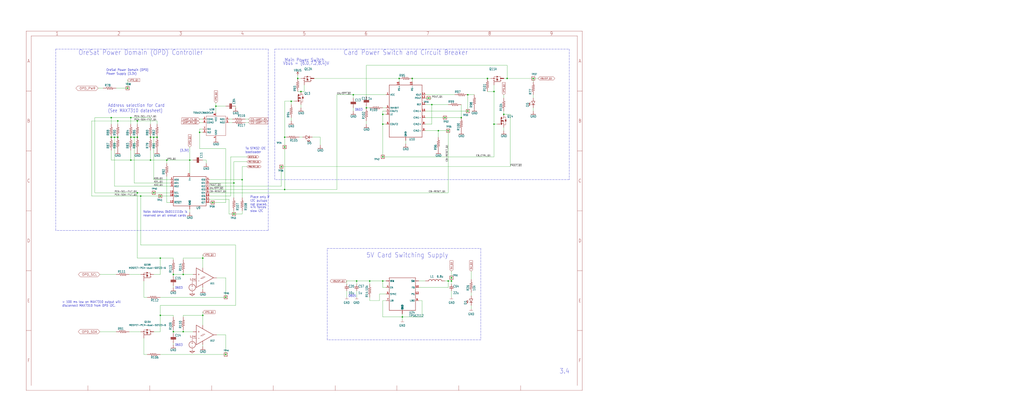
<source format=kicad_sch>
(kicad_sch (version 20211123) (generator eeschema)
  (paper "User" 795.02 318.11)
  (junction (at 101.6 124.46))
  (junction (at 157.48 200.66))
  (junction (at 91.44 93.98))
  (junction (at 383.54 96.52))
  (junction (at 220.98 114.3))
  (junction (at 88.9 106.68))
  (junction (at 165.1 157.48))
  (junction (at 312.42 246.38))
  (junction (at 106.68 93.98))
  (junction (at 154.94 102.87))
  (junction (at 363.22 73.66))
  (junction (at 124.46 200.66))
  (junction (at 332.74 76.2))
  (junction (at 86.36 91.44))
  (junction (at 106.68 106.68))
  (junction (at 91.44 106.68))
  (junction (at 391.16 88.9))
  (junction (at 350.52 218.44))
  (junction (at 297.18 96.52))
  (junction (at 345.44 91.44))
  (junction (at 309.88 60.96))
  (junction (at 134.62 213.36))
  (junction (at 320.04 60.96))
  (junction (at 347.98 218.44))
  (junction (at 347.98 101.6))
  (junction (at 276.86 218.44))
  (junction (at 350.52 215.9))
  (junction (at 231.14 60.96))
  (junction (at 297.18 88.9))
  (junction (at 218.44 129.54))
  (junction (at 147.32 124.46))
  (junction (at 187.96 139.7))
  (junction (at 119.38 106.68))
  (junction (at 106.68 149.86))
  (junction (at 121.92 106.68))
  (junction (at 116.84 106.68))
  (junction (at 284.48 83.82))
  (junction (at 124.46 245.11))
  (junction (at 378.46 60.96))
  (junction (at 335.28 81.28))
  (junction (at 124.46 152.4))
  (junction (at 340.36 101.6))
  (junction (at 220.98 106.68))
  (junction (at 142.24 257.81))
  (junction (at 383.54 71.12))
  (junction (at 116.84 124.46))
  (junction (at 358.14 91.44))
  (junction (at 175.26 231.14))
  (junction (at 393.7 60.96))
  (junction (at 104.14 106.68))
  (junction (at 297.18 218.44))
  (junction (at 363.22 86.36))
  (junction (at 129.54 124.46))
  (junction (at 119.38 149.86))
  (junction (at 167.64 82.55))
  (junction (at 181.61 166.37))
  (junction (at 233.68 71.12))
  (junction (at 134.62 257.81))
  (junction (at 414.02 60.96))
  (junction (at 86.36 106.68))
  (junction (at 287.02 218.44))
  (junction (at 99.06 68.58))
  (junction (at 101.6 106.68))
  (junction (at 109.22 152.4))
  (junction (at 297.18 121.92))
  (junction (at 175.26 275.59))
  (junction (at 101.6 91.44))
  (junction (at 274.32 73.66))
  (junction (at 157.48 245.11))
  (junction (at 226.06 78.74))
  (junction (at 142.24 213.36))
  (junction (at 181.61 142.24))
  (junction (at 220.98 147.32))
  (wire (pts (xy 365.76 237.49) (xy 365.76 240.03)))
  (wire (pts (xy 101.6 96.52) (xy 101.6 91.44)))
  (wire (pts (xy 347.98 218.44) (xy 350.52 218.44)))
  (wire (pts (xy 417.83 60.96) (xy 414.02 60.96)))
  (wire (pts (xy 261.62 73.66) (xy 274.32 73.66)))
  (wire (pts (xy 124.46 275.59) (xy 175.26 275.59)))
  (wire (pts (xy 297.18 96.52) (xy 299.72 96.52)))
  (wire (pts (xy 177.8 154.94) (xy 177.8 166.37)))
  (wire (pts (xy 269.24 220.98) (xy 269.24 218.44)))
  (wire (pts (xy 134.62 223.52) (xy 134.62 222.25)))
  (wire (pts (xy 134.62 213.36) (xy 142.24 213.36)))
  (wire (pts (xy 193.04 95.25) (xy 190.5 95.25)))
  (wire (pts (xy 132.08 152.4) (xy 124.46 152.4)))
  (wire (pts (xy 233.68 81.28) (xy 233.68 83.82)))
  (wire (pts (xy 80.01 68.58) (xy 76.2 68.58)))
  (wire (pts (xy 350.52 220.98) (xy 350.52 218.44)))
  (wire (pts (xy 284.48 83.82) (xy 287.02 83.82)))
  (wire (pts (xy 167.64 82.55) (xy 167.64 87.63)))
  (wire (pts (xy 129.54 137.16) (xy 129.54 157.48)))
  (wire (pts (xy 347.98 218.44) (xy 345.44 218.44)))
  (wire (pts (xy 284.48 82.55) (xy 284.48 83.82)))
  (wire (pts (xy 134.62 201.93) (xy 134.62 200.66)))
  (wire (pts (xy 154.94 102.87) (xy 154.94 115.57)))
  (wire (pts (xy 134.62 214.63) (xy 134.62 213.36)))
  (wire (pts (xy 193.04 92.71) (xy 190.5 92.71)))
  (wire (pts (xy 297.18 223.52) (xy 297.18 218.44)))
  (wire (pts (xy 132.08 142.24) (xy 104.14 142.24)))
  (wire (pts (xy 106.68 96.52) (xy 106.68 93.98)))
  (wire (pts (xy 187.96 129.54) (xy 191.77 129.54)))
  (wire (pts (xy 142.24 201.93) (xy 142.24 200.66)))
  (wire (pts (xy 116.84 124.46) (xy 116.84 116.84)))
  (wire (pts (xy 386.08 96.52) (xy 383.54 96.52)))
  (wire (pts (xy 327.66 233.68) (xy 327.66 246.38)))
  (wire (pts (xy 160.02 124.46) (xy 160.02 127)))
  (wire (pts (xy 162.56 154.94) (xy 177.8 154.94)))
  (wire (pts (xy 284.48 50.8) (xy 393.7 50.8)))
  (wire (pts (xy 181.61 163.83) (xy 181.61 166.37)))
  (wire (pts (xy 391.16 73.66) (xy 391.16 76.2)))
  (polyline (pts (xy 208.28 38.1) (xy 208.28 179.07)))
  (wire (pts (xy 134.62 200.66) (xy 124.46 200.66)))
  (wire (pts (xy 287.02 233.68) (xy 287.02 231.14)))
  (wire (pts (xy 299.72 86.36) (xy 297.18 86.36)))
  (wire (pts (xy 187.96 166.37) (xy 187.96 163.83)))
  (wire (pts (xy 345.44 91.44) (xy 330.2 91.44)))
  (wire (pts (xy 378.46 71.12) (xy 383.54 71.12)))
  (wire (pts (xy 220.98 106.68) (xy 220.98 114.3)))
  (wire (pts (xy 147.32 134.62) (xy 147.32 124.46)))
  (wire (pts (xy 231.14 60.96) (xy 233.68 60.96)))
  (polyline (pts (xy 213.36 38.1) (xy 441.96 38.1)))
  (wire (pts (xy 90.17 68.58) (xy 99.06 68.58)))
  (wire (pts (xy 325.12 233.68) (xy 327.66 233.68)))
  (wire (pts (xy 119.38 106.68) (xy 116.84 106.68)))
  (wire (pts (xy 314.96 111.76) (xy 314.96 109.22)))
  (polyline (pts (xy 441.96 139.7) (xy 213.36 139.7)))
  (wire (pts (xy 116.84 124.46) (xy 129.54 124.46)))
  (wire (pts (xy 391.16 88.9) (xy 396.24 88.9)))
  (wire (pts (xy 181.61 142.24) (xy 181.61 153.67)))
  (wire (pts (xy 233.68 71.12) (xy 236.22 71.12)))
  (wire (pts (xy 226.06 78.74) (xy 228.6 78.74)))
  (wire (pts (xy 114.3 231.14) (xy 111.76 231.14)))
  (wire (pts (xy 383.54 96.52) (xy 383.54 121.92)))
  (wire (pts (xy 347.98 101.6) (xy 340.36 101.6)))
  (wire (pts (xy 187.96 139.7) (xy 162.56 139.7)))
  (wire (pts (xy 114.3 275.59) (xy 111.76 275.59)))
  (wire (pts (xy 111.76 275.59) (xy 111.76 262.89)))
  (wire (pts (xy 299.72 83.82) (xy 297.18 83.82)))
  (wire (pts (xy 73.66 149.86) (xy 73.66 91.44)))
  (wire (pts (xy 124.46 200.66) (xy 124.46 213.36)))
  (wire (pts (xy 154.94 100.33) (xy 154.94 102.87)))
  (wire (pts (xy 86.36 91.44) (xy 101.6 91.44)))
  (wire (pts (xy 157.48 252.73) (xy 157.48 245.11)))
  (wire (pts (xy 132.08 144.78) (xy 88.9 144.78)))
  (wire (pts (xy 157.48 208.28) (xy 157.48 200.66)))
  (wire (pts (xy 220.98 114.3) (xy 220.98 147.32)))
  (wire (pts (xy 168.275 260.35) (xy 175.26 260.35)))
  (wire (pts (xy 297.18 218.44) (xy 287.02 218.44)))
  (wire (pts (xy 134.62 257.81) (xy 134.62 256.54)))
  (wire (pts (xy 182.88 190.5) (xy 109.22 190.5)))
  (wire (pts (xy 320.04 60.96) (xy 378.46 60.96)))
  (wire (pts (xy 124.46 237.49) (xy 182.88 237.49)))
  (wire (pts (xy 181.61 142.24) (xy 181.61 125.73)))
  (wire (pts (xy 168.275 215.9) (xy 175.26 215.9)))
  (wire (pts (xy 175.26 260.35) (xy 175.26 275.59)))
  (wire (pts (xy 363.22 73.66) (xy 368.3 73.66)))
  (wire (pts (xy 312.42 246.38) (xy 312.42 243.84)))
  (wire (pts (xy 167.64 82.55) (xy 175.26 82.55)))
  (wire (pts (xy 109.22 213.36) (xy 100.33 213.36)))
  (wire (pts (xy 261.62 147.32) (xy 261.62 73.66)))
  (wire (pts (xy 119.38 149.86) (xy 132.08 149.86)))
  (wire (pts (xy 350.52 226.06) (xy 350.52 231.14)))
  (polyline (pts (xy 254 193.04) (xy 373.38 193.04)))
  (wire (pts (xy 297.18 88.9) (xy 297.18 96.52)))
  (wire (pts (xy 222.25 106.68) (xy 220.98 106.68)))
  (wire (pts (xy 157.48 124.46) (xy 160.02 124.46)))
  (wire (pts (xy 90.17 213.36) (xy 77.47 213.36)))
  (wire (pts (xy 330.2 96.52) (xy 335.28 96.52)))
  (wire (pts (xy 365.76 210.82) (xy 365.76 217.17)))
  (wire (pts (xy 220.98 78.74) (xy 220.98 106.68)))
  (wire (pts (xy 414.02 60.96) (xy 414.02 63.5)))
  (wire (pts (xy 383.54 121.92) (xy 297.18 121.92)))
  (wire (pts (xy 350.52 210.82) (xy 350.52 215.9)))
  (wire (pts (xy 71.12 152.4) (xy 71.12 93.98)))
  (wire (pts (xy 101.6 124.46) (xy 101.6 116.84)))
  (wire (pts (xy 294.64 228.6) (xy 299.72 228.6)))
  (wire (pts (xy 226.06 91.44) (xy 226.06 93.98)))
  (wire (pts (xy 330.2 73.66) (xy 353.06 73.66)))
  (wire (pts (xy 299.72 218.44) (xy 297.18 218.44)))
  (wire (pts (xy 414.02 83.82) (xy 414.02 86.36)))
  (wire (pts (xy 111.76 231.14) (xy 111.76 218.44)))
  (wire (pts (xy 335.28 81.28) (xy 347.98 81.28)))
  (wire (pts (xy 116.84 96.52) (xy 116.84 91.44)))
  (wire (pts (xy 109.22 190.5) (xy 109.22 152.4)))
  (wire (pts (xy 297.18 233.68) (xy 299.72 233.68)))
  (wire (pts (xy 86.36 124.46) (xy 101.6 124.46)))
  (wire (pts (xy 142.24 256.54) (xy 142.24 257.81)))
  (wire (pts (xy 294.64 228.6) (xy 294.64 233.68)))
  (wire (pts (xy 162.56 152.4) (xy 179.07 152.4)))
  (wire (pts (xy 106.68 149.86) (xy 119.38 149.86)))
  (wire (pts (xy 157.48 100.33) (xy 154.94 100.33)))
  (wire (pts (xy 91.44 96.52) (xy 91.44 93.98)))
  (wire (pts (xy 218.44 129.54) (xy 218.44 144.78)))
  (wire (pts (xy 335.28 96.52) (xy 335.28 81.28)))
  (wire (pts (xy 325.12 218.44) (xy 330.2 218.44)))
  (wire (pts (xy 157.48 269.24) (xy 157.48 267.97)))
  (wire (pts (xy 134.62 267.97) (xy 134.62 266.7)))
  (wire (pts (xy 157.48 200.66) (xy 142.24 200.66)))
  (polyline (pts (xy 43.18 179.07) (xy 43.18 38.1)))
  (wire (pts (xy 180.34 92.71) (xy 177.8 92.71)))
  (wire (pts (xy 181.61 125.73) (xy 191.77 125.73)))
  (wire (pts (xy 284.48 74.93) (xy 284.48 50.8)))
  (wire (pts (xy 297.18 223.52) (xy 299.72 223.52)))
  (wire (pts (xy 396.24 129.54) (xy 218.44 129.54)))
  (wire (pts (xy 358.14 91.44) (xy 358.14 81.28)))
  (wire (pts (xy 134.62 213.36) (xy 134.62 212.09)))
  (wire (pts (xy 309.88 60.96) (xy 309.88 63.5)))
  (wire (pts (xy 182.88 237.49) (xy 182.88 190.5)))
  (wire (pts (xy 231.14 71.12) (xy 233.68 71.12)))
  (wire (pts (xy 154.94 95.25) (xy 157.48 95.25)))
  (wire (pts (xy 179.07 121.92) (xy 191.77 121.92)))
  (wire (pts (xy 142.24 212.09) (xy 142.24 213.36)))
  (wire (pts (xy 340.36 106.68) (xy 340.36 101.6)))
  (wire (pts (xy 276.86 226.06) (xy 276.86 231.14)))
  (wire (pts (xy 391.16 86.36) (xy 391.16 88.9)))
  (wire (pts (xy 312.42 248.92) (xy 312.42 246.38)))
  (wire (pts (xy 330.2 81.28) (xy 335.28 81.28)))
  (wire (pts (xy 129.54 127) (xy 129.54 124.46)))
  (wire (pts (xy 157.48 200.66) (xy 157.48 198.12)))
  (wire (pts (xy 167.64 80.01) (xy 167.64 82.55)))
  (wire (pts (xy 243.84 60.96) (xy 309.88 60.96)))
  (polyline (pts (xy 373.38 193.04) (xy 373.38 264.16)))
  (wire (pts (xy 177.8 166.37) (xy 181.61 166.37)))
  (wire (pts (xy 248.666 106.68) (xy 248.666 112.776)))
  (wire (pts (xy 109.22 152.4) (xy 71.12 152.4)))
  (wire (pts (xy 274.32 76.2) (xy 274.32 73.66)))
  (wire (pts (xy 90.17 257.81) (xy 77.47 257.81)))
  (wire (pts (xy 124.46 245.11) (xy 124.46 237.49)))
  (wire (pts (xy 232.41 106.68) (xy 234.95 106.68)))
  (wire (pts (xy 180.34 95.25) (xy 177.8 95.25)))
  (wire (pts (xy 297.18 246.38) (xy 312.42 246.38)))
  (wire (pts (xy 269.24 226.06) (xy 269.24 231.14)))
  (wire (pts (xy 88.9 106.68) (xy 86.36 106.68)))
  (wire (pts (xy 182.88 82.55) (xy 182.88 83.82)))
  (wire (pts (xy 142.24 257.81) (xy 149.86 257.81)))
  (wire (pts (xy 242.57 106.68) (xy 248.666 106.68)))
  (wire (pts (xy 106.68 200.66) (xy 106.68 149.86)))
  (wire (pts (xy 86.36 96.52) (xy 86.36 91.44)))
  (polyline (pts (xy 213.36 139.7) (xy 213.36 38.1)))
  (wire (pts (xy 165.1 157.48) (xy 162.56 157.48)))
  (wire (pts (xy 226.06 78.74) (xy 220.98 78.74)))
  (wire (pts (xy 132.08 139.7) (xy 119.38 139.7)))
  (wire (pts (xy 157.48 245.11) (xy 142.24 245.11)))
  (wire (pts (xy 134.62 245.11) (xy 124.46 245.11)))
  (wire (pts (xy 134.62 246.38) (xy 134.62 245.11)))
  (wire (pts (xy 124.46 152.4) (xy 109.22 152.4)))
  (wire (pts (xy 73.66 91.44) (xy 86.36 91.44)))
  (wire (pts (xy 86.36 124.46) (xy 86.36 116.84)))
  (wire (pts (xy 154.94 92.71) (xy 157.48 92.71)))
  (wire (pts (xy 179.07 152.4) (xy 179.07 121.92)))
  (wire (pts (xy 297.18 233.68) (xy 297.18 246.38)))
  (wire (pts (xy 88.9 144.78) (xy 88.9 106.68)))
  (wire (pts (xy 284.48 96.52) (xy 284.48 93.98)))
  (wire (pts (xy 142.24 213.36) (xy 149.86 213.36)))
  (wire (pts (xy 261.62 147.32) (xy 220.98 147.32)))
  (wire (pts (xy 154.94 115.57) (xy 175.26 115.57)))
  (wire (pts (xy 109.22 257.81) (xy 100.33 257.81)))
  (wire (pts (xy 327.66 246.38) (xy 312.42 246.38)))
  (wire (pts (xy 330.2 76.2) (xy 332.74 76.2)))
  (wire (pts (xy 393.7 50.8) (xy 393.7 60.96)))
  (wire (pts (xy 330.2 86.36) (xy 363.22 86.36)))
  (wire (pts (xy 121.92 106.68) (xy 119.38 106.68)))
  (wire (pts (xy 325.12 223.52) (xy 347.98 223.52)))
  (wire (pts (xy 101.6 124.46) (xy 116.84 124.46)))
  (wire (pts (xy 162.56 142.24) (xy 181.61 142.24)))
  (wire (pts (xy 106.68 106.68) (xy 104.14 106.68)))
  (polyline (pts (xy 441.96 38.1) (xy 441.96 139.7)))
  (wire (pts (xy 383.54 71.12) (xy 383.54 66.04)))
  (wire (pts (xy 175.26 157.48) (xy 175.26 115.57)))
  (wire (pts (xy 119.38 257.81) (xy 124.46 257.81)))
  (wire (pts (xy 320.04 63.5) (xy 320.04 60.96)))
  (wire (pts (xy 378.46 60.96) (xy 381 60.96)))
  (wire (pts (xy 147.32 124.46) (xy 149.86 124.46)))
  (wire (pts (xy 162.56 149.86) (xy 347.98 149.86)))
  (wire (pts (xy 91.44 106.68) (xy 88.9 106.68)))
  (wire (pts (xy 154.94 102.87) (xy 157.48 102.87)))
  (wire (pts (xy 294.64 233.68) (xy 287.02 233.68)))
  (wire (pts (xy 73.66 149.86) (xy 106.68 149.86)))
  (wire (pts (xy 147.32 165.1) (xy 147.32 162.56)))
  (wire (pts (xy 142.24 246.38) (xy 142.24 245.11)))
  (wire (pts (xy 162.56 147.32) (xy 220.98 147.32)))
  (wire (pts (xy 124.46 245.11) (xy 124.46 257.81)))
  (wire (pts (xy 165.1 157.48) (xy 175.26 157.48)))
  (wire (pts (xy 124.46 231.14) (xy 175.26 231.14)))
  (wire (pts (xy 106.68 93.98) (xy 121.92 93.98)))
  (wire (pts (xy 274.32 73.66) (xy 299.72 73.66)))
  (polyline (pts (xy 208.28 179.07) (xy 43.18 179.07)))
  (wire (pts (xy 71.12 93.98) (xy 91.44 93.98)))
  (wire (pts (xy 119.38 213.36) (xy 124.46 213.36)))
  (wire (pts (xy 276.86 220.98) (xy 276.86 218.44)))
  (wire (pts (xy 297.18 121.92) (xy 297.18 96.52)))
  (polyline (pts (xy 43.18 38.1) (xy 208.28 38.1)))
  (wire (pts (xy 391.16 60.96) (xy 393.7 60.96)))
  (wire (pts (xy 175.26 215.9) (xy 175.26 231.14)))
  (wire (pts (xy 396.24 88.9) (xy 396.24 129.54)))
  (polyline (pts (xy 373.38 264.16) (xy 254 264.16)))
  (wire (pts (xy 101.6 91.44) (xy 116.84 91.44)))
  (wire (pts (xy 134.62 257.81) (xy 142.24 257.81)))
  (wire (pts (xy 287.02 220.98) (xy 287.02 218.44)))
  (wire (pts (xy 157.48 224.79) (xy 157.48 223.52)))
  (wire (pts (xy 147.32 124.46) (xy 147.32 114.3)))
  (wire (pts (xy 383.54 71.12) (xy 383.54 96.52)))
  (wire (pts (xy 121.92 93.98) (xy 121.92 96.52)))
  (wire (pts (xy 391.16 99.06) (xy 391.16 101.6)))
  (wire (pts (xy 365.76 227.33) (xy 365.76 229.87)))
  (wire (pts (xy 119.38 139.7) (xy 119.38 106.68)))
  (wire (pts (xy 187.96 129.54) (xy 187.96 139.7)))
  (wire (pts (xy 157.48 245.11) (xy 157.48 242.57)))
  (wire (pts (xy 104.14 106.68) (xy 101.6 106.68)))
  (wire (pts (xy 231.14 58.42) (xy 231.14 60.96)))
  (wire (pts (xy 363.22 86.36) (xy 363.22 73.66)))
  (wire (pts (xy 274.32 86.36) (xy 274.32 83.82)))
  (wire (pts (xy 350.52 215.9) (xy 350.52 218.44)))
  (wire (pts (xy 332.74 76.2) (xy 335.28 76.2)))
  (wire (pts (xy 393.7 60.96) (xy 414.02 60.96)))
  (wire (pts (xy 187.96 153.67) (xy 187.96 139.7)))
  (wire (pts (xy 218.44 144.78) (xy 162.56 144.78)))
  (wire (pts (xy 297.18 88.9) (xy 299.72 88.9)))
  (wire (pts (xy 236.22 71.12) (xy 236.22 66.04)))
  (wire (pts (xy 91.44 93.98) (xy 106.68 93.98)))
  (wire (pts (xy 226.06 81.28) (xy 226.06 78.74)))
  (wire (pts (xy 104.14 142.24) (xy 104.14 106.68)))
  (wire (pts (xy 297.18 86.36) (xy 297.18 88.9)))
  (wire (pts (xy 124.46 200.66) (xy 106.68 200.66)))
  (wire (pts (xy 132.08 157.48) (xy 129.54 157.48)))
  (wire (pts (xy 269.24 218.44) (xy 276.86 218.44)))
  (wire (pts (xy 134.62 257.81) (xy 134.62 259.08)))
  (wire (pts (xy 287.02 218.44) (xy 276.86 218.44)))
  (wire (pts (xy 340.36 101.6) (xy 330.2 101.6)))
  (wire (pts (xy 345.44 91.44) (xy 358.14 91.44)))
  (wire (pts (xy 414.02 73.66) (xy 414.02 76.2)))
  (wire (pts (xy 347.98 149.86) (xy 347.98 101.6)))
  (wire (pts (xy 129.54 124.46) (xy 147.32 124.46)))
  (wire (pts (xy 181.61 166.37) (xy 187.96 166.37)))
  (polyline (pts (xy 254 264.16) (xy 254 193.04)))
  (wire (pts (xy 99.06 68.58) (xy 99.06 62.23)))
  (wire (pts (xy 347.98 223.52) (xy 347.98 218.44)))
  (text "Place only if\nI2C pullups\nnot placed." (at 194.31 160.02 180) (effects (font (size 1.778 1.5113)) (justify left bottom)))
  (text "Vbus = (6.0,7.2,8.4)V" (at 219.71 50.8 180) (effects (font (size 2.54 2.159)) (justify left bottom)))
  (text "5V Card Switching Supply" (at 284.48 200.66 180) (effects (font (size 3.81 3.2385)) (justify left bottom)))
  (text "To STM32 I2C\nbootloader" (at 190.5 119.38 180) (effects (font (size 1.778 1.5113)) (justify left bottom)))
  (text "0603" (at 275.59 86.36 180) (effects (font (size 1.778 1.5113)) (justify left bottom)))
  (text "Card Power Switch and Circuit Breaker" (at 266.7 43.18 180) (effects (font (size 3.81 3.2385)) (justify left bottom)))
  (text "0603" (at 135.89 269.24 180) (effects (font (size 1.778 1.5113)) (justify left bottom)))
  (text "OreSat Power Domain (OPD) Controller" (at 60.96 43.18 180) (effects (font (size 3.81 3.2385)) (justify left bottom)))
  (text "0603" (at 135.89 224.79 180) (effects (font (size 1.778 1.5113)) (justify left bottom)))
  (text "> 100 ms low on MAX7310 output will\ndisconnect MAX7310 from OPD I2C." (at 48.26 238.76 0) (effects (font (size 1.778 1.5113)) (justify left bottom)))
  (text "Main Power Switch" (at 220.98 48.26 180) (effects (font (size 2.54 2.159)) (justify left bottom)))
  (text "(3.3V)" (at 139.7 118.11 180) (effects (font (size 1.778 1.5113)) (justify left bottom)))
  (text "0805" (at 270.51 231.14 180) (effects (font (size 1.778 1.5113)) (justify left bottom)))
  (text "47k forces\nslow I2C" (at 194.31 165.1 180) (effects (font (size 1.778 1.5113)) (justify left bottom)))
  (text "OreSat Power Domain (OPD)\nPower Supply (3.3V)" (at 82.55 58.42 180) (effects (font (size 1.778 1.5113)) (justify left bottom)))
  (text "Address selection for Card\n(See MAX7310 datasheet)" (at 83.82 87.63 0) (effects (font (size 2.54 2.159)) (justify left bottom)))
  (text "Note: Address 0b0111110x is\nreserved on all oresat cards" (at 111.252 168.656 0) (effects (font (size 1.778 1.5113)) (justify left bottom)))
  (text "3.4" (at 434.34 290.83 180) (effects (font (size 3.81 3.2385)) (justify left bottom)))
  (label "ON/~{OFF_Q1}" (at 162.56 147.32 0) (effects (font (size 1.2446 1.2446))))
  (label "VPD_Q1" (at 129.54 124.46 0) (effects (font (size 1.2446 1.2446))))
  (label "AD0_Q1" (at 119.38 139.7 0) (effects (font (size 1.2446 1.2446))))
  (label "PEN-SDA-FILT_Q1" (at 88.9 152.4 0) (effects (font (size 1.2446 1.2446))))
  (label "CB-RESET_Q1" (at 162.56 149.86 0) (effects (font (size 1.2446 1.2446))))
  (label "AD1_Q1" (at 119.38 142.24 0) (effects (font (size 1.2446 1.2446))))
  (label "~{FAULT_Q1}" (at 396.24 129.54 0) (effects (font (size 1.2446 1.2446))))
  (label "PEN-SCL-FILT_Q1" (at 104.14 91.44 0) (effects (font (size 1.2446 1.2446))))
  (label "CB-RESET_Q1" (at 332.74 149.86 0) (effects (font (size 1.2446 1.2446))))
  (label "CB-RESET_Q1" (at 347.98 125.73 90) (effects (font (size 1.2446 1.2446))))
  (label "PEN-SDA-FILT_Q1" (at 104.14 93.98 0) (effects (font (size 1.2446 1.2446))))
  (label "CB_CTRL_Q1" (at 369.57 121.92 0) (effects (font (size 1.2446 1.2446))))
  (label "PEN-SCL-FILT_Q1" (at 88.9 149.86 0) (effects (font (size 1.2446 1.2446))))
  (label "~{FAULT_Q1}" (at 162.56 144.78 0) (effects (font (size 1.2446 1.2446))))
  (label "ON/~{OFF_Q1}" (at 261.62 73.66 0) (effects (font (size 1.2446 1.2446))))
  (label "POUT_Q1" (at 335.28 76.2 0) (effects (font (size 1.2446 1.2446))))
  (label "AD2_Q1" (at 119.38 144.78 0) (effects (font (size 1.2446 1.2446))))
  (global_label "OPD_SDA" (shape bidirectional) (at 77.47 257.81 180) (effects (font (size 1.778 1.778))) (property "Intersheet References" "${INTERSHEET_REFS}" (effects hide)))
  (global_label "UART_RX_Q1" (shape input) (at 154.94 95.25 180) (property "Intersheet References" "${INTERSHEET_REFS}" (effects hide)))
  (global_label "PB7/SDA_Q1" (shape bidirectional) (at 191.77 125.73 0) (effects (font (size 0.889 0.889))) (property "Intersheet References" "${INTERSHEET_REFS}" (effects hide)))
  (global_label "PB6/SCL_Q1" (shape bidirectional) (at 191.77 129.54 0) (effects (font (size 0.889 0.889))) (property "Intersheet References" "${INTERSHEET_REFS}" (effects hide)))
  (global_label "BOOT0_Q1" (shape bidirectional) (at 191.77 121.92 0) (effects (font (size 0.889 0.889))) (property "Intersheet References" "${INTERSHEET_REFS}" (effects hide)))
  (global_label "C3-UART-TX" (shape input) (at 193.04 95.25 0) (property "Intersheet References" "${INTERSHEET_REFS}" (effects hide)))
  (global_label "VPD_Q1" (shape input) (at 147.32 114.3 90) (property "Intersheet References" "${INTERSHEET_REFS}" (effects hide)))
  (global_label "VPD_Q1" (shape input) (at 157.48 198.12 0) (property "Intersheet References" "${INTERSHEET_REFS}" (effects hide)))
  (global_label "VPD_Q1" (shape input) (at 167.64 80.01 90) (property "Intersheet References" "${INTERSHEET_REFS}" (effects hide)))
  (global_label "5V_Q1" (shape input) (at 365.76 210.82 90) (property "Intersheet References" "${INTERSHEET_REFS}" (effects hide)))
  (global_label "OPD_SCL" (shape bidirectional) (at 77.47 213.36 180) (effects (font (size 1.778 1.778))) (property "Intersheet References" "${INTERSHEET_REFS}" (effects hide)))
  (global_label "VPD_Q1" (shape input) (at 157.48 242.57 0) (property "Intersheet References" "${INTERSHEET_REFS}" (effects hide)))
  (global_label "VPD_Q1" (shape input) (at 99.06 62.23 0) (property "Intersheet References" "${INTERSHEET_REFS}" (effects hide)))
  (global_label "VPD_Q1" (shape input) (at 391.16 73.66 90) (property "Intersheet References" "${INTERSHEET_REFS}" (effects hide)))
  (global_label "UART_TX_Q1" (shape input) (at 154.94 92.71 180) (property "Intersheet References" "${INTERSHEET_REFS}" (effects hide)))
  (global_label "VBUSP_Q1" (shape bidirectional) (at 269.24 218.44 180) (effects (font (size 1.2446 1.2446))) (property "Intersheet References" "${INTERSHEET_REFS}" (effects hide)))
  (global_label "OPD_PWR" (shape bidirectional) (at 76.2 68.58 180) (effects (font (size 1.778 1.778))) (property "Intersheet References" "${INTERSHEET_REFS}" (effects hide)))
  (global_label "C3-UART-RX" (shape input) (at 193.04 92.71 0) (property "Intersheet References" "${INTERSHEET_REFS}" (effects hide)))
  (global_label "5V_Q1" (shape input) (at 350.52 210.82 90) (property "Intersheet References" "${INTERSHEET_REFS}" (effects hide)))
  (global_label "VBUSP_Q1" (shape bidirectional) (at 417.83 60.96 0) (effects (font (size 1.2446 1.2446))) (property "Intersheet References" "${INTERSHEET_REFS}" (effects hide)))
  (symbol (lib_id "oresat-acs-card-eagle-import:TEST-POINT-LARGE-SQUARE") (at 165.1 157.48 0) (unit 1)
    (property "Reference" "TP39" (at 162.56 161.29 0) (effects (font (size 1.27 1.0795)) (justify left bottom)))
    (property "Value" "TEST-POINT-LARGE-SQUARE" (effects hide))
    (property "Footprint" "oresat-acs-card:1X01" (effects hide))
  )
  (symbol (lib_id "oresat-acs-card-eagle-import:R-US_0603-C-NOSILK") (at 101.6 111.76 270) (unit 1)
    (property "Reference" "R83" (at 100.1014 115.57 0) (effects (font (size 1.778 1.5113)) (justify right top)))
    (property "Value" "NP" (at 99.822 110.49 0) (effects (font (size 1.778 1.5113)) (justify right top)))
    (property "Footprint" "oresat-acs-card:.0603-C-NOSILK" (effects hide))
    (property "Value" "RC1005F6653CS" (effects hide))
  )
  (symbol (lib_id "oresat-acs-card-eagle-import:GND") (at 340.36 119.38 0) (mirror y) (unit 1)
    (property "Reference" "#GND059" (effects hide))
    (property "Value" "GND" (at 342.9 121.92 0) (effects (font (size 1.778 1.5113)) (justify left bottom)))
  )
  (symbol (lib_id "oresat-acs-card-eagle-import:MOSFET-PCH-dual-SOT23-6") (at 114.3 260.35 90) (unit 1)
    (property "Reference" "Q15" (at 114.554 250.19 90))
    (property "Value" "MOSFET-PCH-dual-SOT23-6" (at 114.554 252.73 90))
    (property "Footprint" "oresat-acs-card:SOT23-6" (effects hide))
  )
  (symbol (lib_id "oresat-live-card-eagle-import:LED-GREEN0603") (at 365.76 232.41 0) (unit 1)
    (property "Reference" "D1" (at 362.331 236.982 90) (effects (font (size 1.778 1.778)) (justify left bottom)))
    (property "Value" "GREEN" (effects hide))
    (property "Footprint" "oresat-acs-card:LED-0603" (effects hide))
    (property "Value" "150060VS55040" (effects hide))
    (property "Description" "Green 525nm LED 3.2V 0603" (effects hide))
    (property "MPN" "150060GS75020" (effects hide))
    (property "Distributor" "DigiKey" (effects hide))
  )
  (symbol (lib_id "oresat-acs-card-eagle-import:R-US_0603-C-NOSILK") (at 119.38 231.14 180) (unit 1)
    (property "Reference" "R112" (at 123.19 232.41 0) (effects (font (size 1.778 1.5113)) (justify left bottom)))
    (property "Value" "665k" (at 116.84 232.41 0) (effects (font (size 1.778 1.5113)) (justify left bottom)))
    (property "Footprint" "oresat-acs-card:.0603-C-NOSILK" (effects hide))
    (property "Value" "RC0603FR-07665KL" (effects hide))
  )
  (symbol (lib_id "oresat-acs-card-eagle-import:R-US_0603-C-NOSILK") (at 292.1 83.82 180) (unit 1)
    (property "Reference" "R103" (at 287.02 86.36 0) (effects (font (size 1.778 1.5113)) (justify right top)))
    (property "Value" "10k" (at 292.1 86.36 0) (effects (font (size 1.778 1.5113)) (justify right top)))
    (property "Footprint" "oresat-acs-card:.0603-C-NOSILK" (effects hide))
    (property "Value" "RC1005F6653CS" (effects hide))
  )
  (symbol (lib_id "oresat-acs-card-eagle-import:R-US_0603-C-NOSILK") (at 134.62 251.46 90) (unit 1)
    (property "Reference" "R109" (at 133.35 256.54 0) (effects (font (size 1.778 1.5113)) (justify left bottom)))
    (property "Value" "330k" (at 133.35 250.19 0) (effects (font (size 1.778 1.5113)) (justify left bottom)))
    (property "Footprint" "oresat-acs-card:.0603-C-NOSILK" (effects hide))
    (property "Value" "MCT06030C3303FP000" (effects hide))
  )
  (symbol (lib_id "oresat-acs-card-eagle-import:TEST-POINT-LARGE-SQUARE") (at 297.18 121.92 0) (mirror y) (unit 1)
    (property "Reference" "TP42" (at 294.64 124.46 0) (effects (font (size 1.27 1.0795)) (justify left bottom)))
    (property "Value" "TEST-POINT-LARGE-SQUARE" (effects hide))
    (property "Footprint" "oresat-acs-card:1X01" (effects hide))
  )
  (symbol (lib_id "oresat-acs-card-eagle-import:R-US_0603-C-NOSILK") (at 86.36 101.6 270) (unit 1)
    (property "Reference" "R88" (at 84.8614 105.41 0) (effects (font (size 1.778 1.5113)) (justify right top)))
    (property "Value" "NP" (at 84.582 100.33 0) (effects (font (size 1.778 1.5113)) (justify right top)))
    (property "Footprint" "oresat-acs-card:.0603-C-NOSILK" (effects hide))
    (property "Value" "RC1005F6653CS" (effects hide))
  )
  (symbol (lib_id "oresat-acs-card-eagle-import:R-US_0603-C-NOSILK") (at 142.24 207.01 90) (unit 1)
    (property "Reference" "R114" (at 140.97 210.82 0) (effects (font (size 1.778 1.5113)) (justify left bottom)))
    (property "Value" "1M" (at 140.97 204.47 0) (effects (font (size 1.778 1.5113)) (justify left bottom)))
    (property "Footprint" "oresat-acs-card:.0603-C-NOSILK" (effects hide))
    (property "Value" "RC0603FR-071ML" (effects hide))
  )
  (symbol (lib_id "oresat-acs-card-eagle-import:TEST-POINT-LARGE-SQUARE") (at 220.98 114.3 0) (unit 1)
    (property "Reference" "TP34" (at 214.63 111.76 0) (effects (font (size 1.27 1.0795)) (justify left bottom)))
    (property "Value" "TEST-POINT-LARGE-SQUARE" (effects hide))
    (property "Footprint" "oresat-acs-card:1X01" (effects hide))
  )
  (symbol (lib_id "oresat-acs-card-eagle-import:TEST-POINT-LARGE-SQUARE") (at 350.52 215.9 180) (unit 1)
    (property "Reference" "TP51" (at 355.6 213.36 0) (effects (font (size 1.27 1.0795)) (justify left bottom)))
    (property "Value" "TEST-POINT-LARGE-SQUARE" (effects hide))
    (property "Footprint" "oresat-acs-card:1X01" (effects hide))
  )
  (symbol (lib_id "oresat-acs-card-eagle-import:R-US_0603-C-NOSILK") (at 142.24 251.46 90) (unit 1)
    (property "Reference" "R110" (at 140.97 255.27 0) (effects (font (size 1.778 1.5113)) (justify left bottom)))
    (property "Value" "1M" (at 140.97 248.92 0) (effects (font (size 1.778 1.5113)) (justify left bottom)))
    (property "Footprint" "oresat-acs-card:.0603-C-NOSILK" (effects hide))
    (property "Value" "RC0603FR-071ML" (effects hide))
  )
  (symbol (lib_id "oresat-acs-card-eagle-import:GND") (at 91.44 119.38 0) (mirror y) (unit 1)
    (property "Reference" "#GND056" (effects hide))
    (property "Value" "GND" (at 93.98 121.92 0) (effects (font (size 1.778 1.5113)) (justify left bottom)))
  )
  (symbol (lib_id "oresat-acs-card-eagle-import:LED-GREEN0603") (at 414.02 78.74 0) (unit 1)
    (property "Reference" "D5" (at 410.591 83.312 90) (effects (font (size 1.778 1.778)) (justify left bottom)))
    (property "Value" "GREEN" (at 415.925 83.312 90) (effects (font (size 1.778 1.778)) (justify left top)))
    (property "Footprint" "oresat-acs-card:LED-0603" (effects hide))
    (property "Value" "SML-E12M8WT86" (effects hide))
  )
  (symbol (lib_id "oresat-acs-card-eagle-import:TEST-POINT-LARGE-SQUARE") (at 181.61 166.37 90) (unit 1)
    (property "Reference" "TP43" (at 179.07 170.18 90) (effects (font (size 1.27 1.0795)) (justify right top)))
    (property "Value" "TEST-POINT-LARGE-SQUARE" (effects hide))
    (property "Footprint" "oresat-acs-card:1X01" (effects hide))
  )
  (symbol (lib_name "MOSFET-PCH-SOT23-6_2") (lib_id "oresat-acs-card-eagle-import:MOSFET-PCH-SOT23-6") (at 386.08 63.5 90) (unit 1)
    (property "Reference" "Q11" (at 379.73 54.61 90) (effects (font (size 1.778 1.5113)) (justify right top)))
    (property "Value" "MOSFET-PCH-SOT23-6" (at 379.73 57.15 90) (effects (font (size 1.778 1.5113)) (justify right top)))
    (property "Footprint" "oresat-acs-card:SOT23-6" (effects hide))
    (property "Value" "MOSFET-PCH-SOT23-6" (effects hide))
  )
  (symbol (lib_id "oresat-acs-card-eagle-import:TEST-POINT-LARGE-SQUARE") (at 347.98 101.6 180) (unit 1)
    (property "Reference" "TP35" (at 350.52 97.79 0) (effects (font (size 1.27 1.0795)) (justify left bottom)))
    (property "Value" "TEST-POINT-LARGE-SQUARE" (effects hide))
    (property "Footprint" "oresat-acs-card:1X01" (effects hide))
  )
  (symbol (lib_id "OreSat-Power:GND") (at 269.24 231.14 0) (unit 1)
    (property "Reference" "#GND02" (effects hide))
    (property "Value" "GND" (at 266.7 236.22 0) (effects (font (size 1.778 1.5113)) (justify left bottom)))
    (property "Footprint" "oresat-live-card:" (effects hide))
  )
  (symbol (lib_id "oresat-acs-card-eagle-import:R-US_0603-C-NOSILK") (at 231.14 66.04 90) (unit 1)
    (property "Reference" "R93" (at 229.87 71.12 0) (effects (font (size 1.778 1.5113)) (justify left bottom)))
    (property "Value" "10k" (at 229.87 64.77 0) (effects (font (size 1.778 1.5113)) (justify left bottom)))
    (property "Footprint" "oresat-acs-card:.0603-C-NOSILK" (effects hide))
    (property "Value" "RC0603FR-0710KL" (effects hide))
  )
  (symbol (lib_id "oresat-acs-card-eagle-import:GND") (at 157.48 271.78 0) (mirror y) (unit 1)
    (property "Reference" "#GND067" (effects hide))
    (property "Value" "GND" (at 160.02 274.32 0) (effects (font (size 1.778 1.5113)) (justify left bottom)))
  )
  (symbol (lib_id "oresat-acs-card-eagle-import:R-US_R1206") (at 314.96 60.96 0) (unit 1)
    (property "Reference" "R95" (at 309.88 59.69 0) (effects (font (size 1.778 1.5113)) (justify left bottom)))
    (property "Value" "100m" (at 316.23 59.69 0) (effects (font (size 1.778 1.5113)) (justify left bottom)))
    (property "Footprint" "oresat-acs-card:R1206" (effects hide))
    (property "Value" "CSR1206FTR100" (effects hide))
  )
  (symbol (lib_id "Device:C_Small") (at 269.24 223.52 0) (unit 1)
    (property "Reference" "C20" (at 270.51 223.52 0) (effects (font (size 1.778 1.5113)) (justify left bottom)))
    (property "Value" "10u" (at 270.51 228.6 0) (effects (font (size 1.778 1.5113)) (justify left bottom)))
    (property "Footprint" "oresat-acs-card:.0805-B-NOSILK" (effects hide))
    (property "Description" "10 µF ±20% 6.3V Ceramic Capacitor X7R 0805 (2012 Metric)" (effects hide))
    (property "Distributor" "DigiKey" (effects hide))
    (property "MPN" "CGA4J1X7R0J106M125AC" (effects hide))
  )
  (symbol (lib_id "oresat-acs-card-eagle-import:C-EU0603-C-NOSILK") (at 274.32 78.74 0) (unit 1)
    (property "Reference" "C13" (at 275.59 78.74 0) (effects (font (size 1.778 1.5113)) (justify left bottom)))
    (property "Value" "1u" (at 275.59 83.82 0) (effects (font (size 1.778 1.5113)) (justify left bottom)))
    (property "Footprint" "oresat-acs-card:.0603-C-NOSILK" (effects hide))
    (property "Value" "CC0603KRX7R7BB105" (effects hide))
  )
  (symbol (lib_id "oresat-acs-card-eagle-import:R-US_0603-C-NOSILK") (at 106.68 111.76 90) (unit 1)
    (property "Reference" "R85" (at 105.1814 115.57 0) (effects (font (size 1.778 1.5113)) (justify left bottom)))
    (property "Value" "NP" (at 104.902 110.49 0) (effects (font (size 1.778 1.5113)) (justify left bottom)))
    (property "Footprint" "oresat-acs-card:.0603-C-NOSILK" (effects hide))
    (property "Value" "RC1005F6653CS" (effects hide))
  )
  (symbol (lib_id "oresat-acs-card-eagle-import:C-EU0603-C-NOSILK") (at 134.62 217.17 0) (unit 1)
    (property "Reference" "C15" (at 135.89 217.17 0) (effects (font (size 1.778 1.5113)) (justify left bottom)))
    (property "Value" "1u" (at 135.89 222.25 0) (effects (font (size 1.778 1.5113)) (justify left bottom)))
    (property "Footprint" "oresat-acs-card:.0603-C-NOSILK" (effects hide))
    (property "Value" "CC0603KRX7R7BB105" (effects hide))
  )
  (symbol (lib_id "oresat-acs-card-eagle-import:R-US_0603-C-NOSILK") (at 181.61 158.75 90) (unit 1)
    (property "Reference" "R107" (at 185.42 163.83 0) (effects (font (size 1.778 1.5113)) (justify left bottom)))
    (property "Value" "47k" (at 185.42 157.48 0) (effects (font (size 1.778 1.5113)) (justify left bottom)))
    (property "Footprint" "oresat-acs-card:.0603-C-NOSILK" (effects hide))
    (property "Value" "RC0603FR-0747KL" (effects hide))
  )
  (symbol (lib_id "OreSat-Power:GND") (at 365.76 240.03 0) (mirror y) (unit 1)
    (property "Reference" "#GND021" (effects hide))
    (property "Value" "GND" (at 368.3 245.11 0) (effects (font (size 1.778 1.5113)) (justify left bottom)))
    (property "Footprint" "oresat-live-card:" (effects hide))
  )
  (symbol (lib_id "oresat-acs-card-eagle-import:MAX7310") (at 147.32 147.32 0) (unit 1)
    (property "Reference" "U9" (at 152.4 162.56 0) (effects (font (size 1.778 1.5113)) (justify left bottom)))
    (property "Value" "MAX7310ATE" (at 152.4 165.1 0) (effects (font (size 1.778 1.5113)) (justify left bottom)))
    (property "Footprint" "oresat-acs-card:QFN65P400X400X80-17T210" (effects hide))
    (property "Value" "MAX7310ATE" (effects hide))
  )
  (symbol (lib_id "oresat-acs-card-eagle-import:MIC842LYC5") (at 157.48 260.35 0) (unit 1)
    (property "Reference" "U12" (at 163.195 265.43 0) (effects (font (size 1.27 1.0795)) (justify left bottom)))
    (property "Value" "MIC842LYC5" (at 163.195 266.7 0) (effects (font (size 1.27 1.0795)) (justify left bottom)))
    (property "Footprint" "oresat-acs-card:SC70-5" (effects hide))
    (property "Value" "MIC842LYC5-TR" (effects hide))
  )
  (symbol (lib_id "oresat-acs-card-eagle-import:TS5A21366DCUR") (at 167.64 97.79 0) (unit 1)
    (property "Reference" "U38" (at 162.56 85.09 0) (effects (justify left)))
    (property "Value" "TS5A21366DCUR" (at 149.86 87.63 0) (effects (justify left)))
    (property "Footprint" "oresat-acs-card:DCU-R-PDSO-G8" (effects hide))
  )
  (symbol (lib_id "oresat-acs-card-eagle-import:TEST-POINT-LARGE-SQUARE") (at 218.44 129.54 0) (unit 1)
    (property "Reference" "TP36" (at 215.9 133.35 0) (effects (font (size 1.27 1.0795)) (justify left bottom)))
    (property "Value" "TEST-POINT-LARGE-SQUARE" (effects hide))
    (property "Footprint" "oresat-acs-card:1X01" (effects hide))
  )
  (symbol (lib_id "oresat-acs-card-eagle-import:R-US_0603-C-NOSILK") (at 95.25 213.36 0) (unit 1)
    (property "Reference" "R111" (at 91.44 212.09 0) (effects (font (size 1.778 1.5113)) (justify left bottom)))
    (property "Value" "100" (at 97.79 212.09 0) (effects (font (size 1.778 1.5113)) (justify left bottom)))
    (property "Footprint" "oresat-acs-card:.0603-C-NOSILK" (effects hide))
    (property "Value" "RC0603FR-07100RL" (effects hide))
  )
  (symbol (lib_id "Device:C_Small") (at 350.52 223.52 0) (unit 1)
    (property "Reference" "C64" (at 351.79 223.52 0) (effects (font (size 1.778 1.5113)) (justify left bottom)))
    (property "Value" "22u" (at 351.79 228.6 0) (effects (font (size 1.778 1.5113)) (justify left bottom)))
    (property "Footprint" "Capacitor_SMD:C_1210_3225Metric" (effects hide))
    (property "Description" "22 µF ±20% 16V Ceramic Capacitor X7R 1210 (3225 Metric)" (effects hide))
    (property "Distributor" "DigiKey" (effects hide))
    (property "MPN" "CGA6P1X7R1C226M250AC" (effects hide))
  )
  (symbol (lib_id "oresat-acs-card-eagle-import:GND") (at 160.02 129.54 0) (mirror y) (unit 1)
    (property "Reference" "#GND052" (effects hide))
    (property "Value" "GND" (at 162.56 132.08 0) (effects (font (size 1.778 1.5113)) (justify left bottom)))
  )
  (symbol (lib_id "oresat-acs-card-eagle-import:TEST-POINT-LARGE-SQUARE") (at 363.22 86.36 0) (unit 1)
    (property "Reference" "TP33" (at 359.41 90.17 0) (effects (font (size 1.27 1.0795)) (justify left bottom)))
    (property "Value" "TEST-POINT-LARGE-SQUARE" (effects hide))
    (property "Footprint" "oresat-acs-card:1X01" (effects hide))
  )
  (symbol (lib_id "oresat-acs-card-eagle-import:C-EU0603-C-NOSILK") (at 134.62 261.62 0) (unit 1)
    (property "Reference" "C14" (at 135.89 261.62 0) (effects (font (size 1.778 1.5113)) (justify left bottom)))
    (property "Value" "1u" (at 135.89 266.7 0) (effects (font (size 1.778 1.5113)) (justify left bottom)))
    (property "Footprint" "oresat-acs-card:.0603-C-NOSILK" (effects hide))
    (property "Value" "CC0603KRX7R7BB105" (effects hide))
  )
  (symbol (lib_id "oresat-acs-card-eagle-import:PMV45EN") (at 391.16 93.98 0) (unit 1)
    (property "Reference" "Q14" (at 393.7 91.44 0) (effects (font (size 1.778 1.5113)) (justify left bottom)))
    (property "Value" "PMV45EN" (at 393.7 93.98 0) (effects (font (size 1.778 1.5113)) (justify left bottom)))
    (property "Footprint" "oresat-acs-card:SOT23" (effects hide))
    (property "Value" "PMV45EN2R" (effects hide))
  )
  (symbol (lib_id "oresat-acs-card-eagle-import:GND") (at 106.68 119.38 0) (mirror y) (unit 1)
    (property "Reference" "#GND055" (effects hide))
    (property "Value" "GND" (at 109.22 121.92 0) (effects (font (size 1.778 1.5113)) (justify left bottom)))
  )
  (symbol (lib_id "oresat-acs-card-eagle-import:R-US_0603-C-NOSILK") (at 227.33 106.68 180) (unit 1)
    (property "Reference" "R105" (at 231.14 108.1786 0) (effects (font (size 1.778 1.5113)) (justify left bottom)))
    (property "Value" "2.7k" (at 231.14 103.378 0) (effects (font (size 1.778 1.5113)) (justify left bottom)))
    (property "Footprint" "oresat-acs-card:.0603-C-NOSILK" (effects hide))
    (property "Value" "CRGCQ0603F2K7" (effects hide))
  )
  (symbol (lib_id "oresat-acs-card-eagle-import:R-US_0603-C-NOSILK") (at 85.09 68.58 0) (unit 1)
    (property "Reference" "R78" (at 81.28 67.31 0) (effects (font (size 1.778 1.5113)) (justify left bottom)))
    (property "Value" "10" (at 87.63 67.31 0) (effects (font (size 1.778 1.5113)) (justify left bottom)))
    (property "Footprint" "oresat-acs-card:.0603-C-NOSILK" (effects hide))
    (property "Value" "RC0603FR-0710RL" (effects hide))
  )
  (symbol (lib_id "oresat-acs-card-eagle-import:R-US_0603-C-NOSILK") (at 95.25 257.81 0) (unit 1)
    (property "Reference" "R91" (at 91.44 256.54 0) (effects (font (size 1.778 1.5113)) (justify left bottom)))
    (property "Value" "100" (at 97.79 256.54 0) (effects (font (size 1.778 1.5113)) (justify left bottom)))
    (property "Footprint" "oresat-acs-card:.0603-C-NOSILK" (effects hide))
    (property "Value" "RC0603FR-07100RL" (effects hide))
  )
  (symbol (lib_id "oresat-acs-card-eagle-import:R-US_0603-C-NOSILK") (at 378.46 66.04 90) (unit 1)
    (property "Reference" "R101" (at 377.19 71.12 0) (effects (font (size 1.778 1.5113)) (justify left bottom)))
    (property "Value" "10k" (at 377.19 64.77 0) (effects (font (size 1.778 1.5113)) (justify left bottom)))
    (property "Footprint" "oresat-acs-card:.0603-C-NOSILK" (effects hide))
    (property "Value" "RC0603FR-0710KL" (effects hide))
  )
  (symbol (lib_id "oresat-live-card-eagle-import:R-US_0603-A") (at 287.02 226.06 90) (unit 1)
    (property "Reference" "R14" (at 285.75 231.14 0) (effects (font (size 1.778 1.5113)) (justify left bottom)))
    (property "Value" "10k" (at 285.75 226.06 0) (effects (font (size 1.778 1.5113)) (justify left bottom)))
    (property "Footprint" "Resistor_SMD:R_0603_1608Metric" (effects hide))
    (property "Description" "RES SMD 10K OHM 1% 1/10W 0603" (effects hide))
    (property "Distributor" "DigiKey" (effects hide))
    (property "MPN" "ERJ-3EKF1002V" (effects hide))
  )
  (symbol (lib_id "oresat-acs-card-eagle-import:GND") (at 134.62 270.51 0) (unit 1)
    (property "Reference" "#GND070" (effects hide))
    (property "Value" "GND" (at 132.08 273.05 0) (effects (font (size 1.778 1.5113)) (justify left bottom)))
  )
  (symbol (lib_id "oresat-acs-card-eagle-import:R-US_0603-C-NOSILK") (at 185.42 92.71 180) (unit 1)
    (property "Reference" "R116" (at 190.5 88.9 0) (effects (font (size 1.778 1.5113)) (justify left bottom)))
    (property "Value" "10k" (at 184.15 88.9 0) (effects (font (size 1.778 1.5113)) (justify left bottom)))
    (property "Footprint" "oresat-acs-card:.0603-C-NOSILK" (effects hide))
    (property "Value" "RC0603FR-0710KL" (effects hide))
  )
  (symbol (lib_id "oresat-acs-card-eagle-import:R-US_0603-C-NOSILK") (at 353.06 81.28 180) (unit 1)
    (property "Reference" "R99" (at 347.98 80.01 0) (effects (font (size 1.778 1.5113)) (justify right top)))
    (property "Value" "0" (at 354.33 80.01 0) (effects (font (size 1.778 1.5113)) (justify right top)))
    (property "Footprint" "oresat-acs-card:.0603-C-NOSILK" (effects hide))
    (property "Value" "RC0603JR-070RL" (effects hide))
  )
  (symbol (lib_id "oresat-acs-card-eagle-import:R-US_0603-C-NOSILK") (at 414.02 68.58 90) (unit 1)
    (property "Reference" "R77" (at 412.75 73.66 0) (effects (font (size 1.778 1.5113)) (justify left bottom)))
    (property "Value" "2.7k" (at 412.75 68.58 0) (effects (font (size 1.778 1.5113)) (justify left bottom)))
    (property "Footprint" "oresat-acs-card:.0603-C-NOSILK" (effects hide))
    (property "Value" "CRGCQ0603F2K7" (effects hide))
  )
  (symbol (lib_id "oresat-acs-card-eagle-import:TEST-POINT-LARGE-SQUARE") (at 175.26 231.14 180) (unit 1)
    (property "Reference" "TP45" (at 177.8 227.33 0) (effects (font (size 1.27 1.0795)) (justify left bottom)))
    (property "Value" "TEST-POINT-LARGE-SQUARE" (effects hide))
    (property "Footprint" "oresat-acs-card:1X01" (effects hide))
  )
  (symbol (lib_id "oresat-acs-card-eagle-import:R-US_0603-C-NOSILK") (at 340.36 111.76 90) (unit 1)
    (property "Reference" "R96" (at 339.09 116.84 0) (effects (font (size 1.778 1.5113)) (justify left bottom)))
    (property "Value" "10k" (at 339.09 111.76 0) (effects (font (size 1.778 1.5113)) (justify left bottom)))
    (property "Footprint" "oresat-acs-card:.0603-C-NOSILK" (effects hide))
    (property "Value" "RC0603FR-0710KL" (effects hide))
  )
  (symbol (lib_id "OreSat-Power:GND") (at 350.52 231.14 0) (mirror y) (unit 1)
    (property "Reference" "#GND020" (effects hide))
    (property "Value" "GND" (at 353.06 236.22 0) (effects (font (size 1.778 1.5113)) (justify left bottom)))
    (property "Footprint" "oresat-live-card:" (effects hide))
  )
  (symbol (lib_id "oresat-acs-card-eagle-import:GND") (at 157.48 227.33 0) (mirror y) (unit 1)
    (property "Reference" "#GND069" (effects hide))
    (property "Value" "GND" (at 160.02 229.87 0) (effects (font (size 1.778 1.5113)) (justify left bottom)))
  )
  (symbol (lib_id "oresat-acs-card-eagle-import:GND") (at 368.3 86.36 0) (mirror y) (unit 1)
    (property "Reference" "#GND061" (effects hide))
    (property "Value" "GND" (at 370.84 88.9 0) (effects (font (size 1.778 1.5113)) (justify left bottom)))
  )
  (symbol (lib_id "oresat-acs-card-eagle-import:LED-GREEN0603") (at 237.49 106.68 90) (unit 1)
    (property "Reference" "D6" (at 242.062 110.109 90) (effects (font (size 1.778 1.778)) (justify left bottom)))
    (property "Value" "AMBER" (at 242.062 104.775 90) (effects (font (size 1.778 1.778)) (justify left top)))
    (property "Footprint" "oresat-acs-card:LED-0603" (effects hide))
    (property "Value" "IN-S63AT5A" (effects hide))
  )
  (symbol (lib_id "oresat-acs-card-eagle-import:FRAME_B_L") (at 20.32 303.53 0) (unit 1)
    (property "Reference" "#FRAME4" (effects hide))
    (property "Value" "FRAME_B_L" (effects hide))
  )
  (symbol (lib_id "oresat-acs-card-eagle-import:GND") (at 314.96 114.3 0) (mirror y) (unit 1)
    (property "Reference" "#GND053" (effects hide))
    (property "Value" "GND" (at 317.5 116.84 0) (effects (font (size 1.778 1.5113)) (justify left bottom)))
  )
  (symbol (lib_id "OreSat-Power:GND") (at 312.42 248.92 0) (unit 1)
    (property "Reference" "#GND019" (effects hide))
    (property "Value" "GND" (at 309.88 254 0) (effects (font (size 1.778 1.5113)) (justify left bottom)))
    (property "Footprint" "oresat-live-card:" (effects hide))
  )
  (symbol (lib_id "oresat-acs-card-eagle-import:MIC842LYC5") (at 157.48 215.9 0) (unit 1)
    (property "Reference" "U11" (at 163.195 220.98 0) (effects (font (size 1.27 1.0795)) (justify left bottom)))
    (property "Value" "MIC842LYC5" (at 163.195 222.25 0) (effects (font (size 1.27 1.0795)) (justify left bottom)))
    (property "Footprint" "oresat-acs-card:SC70-5" (effects hide))
    (property "Value" "MIC842LYC5-TR" (effects hide))
  )
  (symbol (lib_id "oresat-acs-card-eagle-import:TEST-POINT-LARGE-SQUARE") (at 99.06 68.58 180) (unit 1)
    (property "Reference" "TP38" (at 101.6 64.77 0) (effects (font (size 1.27 1.0795)) (justify left bottom)))
    (property "Value" "TEST-POINT-LARGE-SQUARE" (effects hide))
    (property "Footprint" "oresat-acs-card:1X01" (effects hide))
  )
  (symbol (lib_id "oresat-acs-card-eagle-import:R-US_0603-C-NOSILK") (at 358.14 73.66 180) (unit 1)
    (property "Reference" "R97" (at 353.06 72.39 0) (effects (font (size 1.778 1.5113)) (justify right top)))
    (property "Value" "0" (at 359.41 72.39 0) (effects (font (size 1.778 1.5113)) (justify right top)))
    (property "Footprint" "oresat-acs-card:.0603-C-NOSILK" (effects hide))
    (property "Value" "RC0603JR-070RL" (effects hide))
  )
  (symbol (lib_id "oresat-acs-card-eagle-import:MAX4211") (at 314.96 83.82 0) (unit 1)
    (property "Reference" "U10" (at 317.5 109.22 0) (effects (font (size 1.778 1.5113)) (justify left bottom)))
    (property "Value" "MAX4211FETE" (at 317.5 111.76 0) (effects (font (size 1.778 1.5113)) (justify left bottom)))
    (property "Footprint" "oresat-acs-card:QFN65P400X400X80-17T210" (effects hide))
    (property "Value" "MAX4211FETE" (effects hide))
  )
  (symbol (lib_id "oresat-acs-card-eagle-import:GND") (at 248.666 115.316 0) (mirror y) (unit 1)
    (property "Reference" "#GND065" (effects hide))
    (property "Value" "GND" (at 251.206 117.856 0) (effects (font (size 1.778 1.5113)) (justify left bottom)))
  )
  (symbol (lib_id "oresat-live-card-eagle-import:L-ECS-MPI4040") (at 337.82 218.44 90) (unit 1)
    (property "Reference" "L1" (at 334.01 215.9 90) (effects (font (size 1.778 1.5113)) (justify right top)))
    (property "Value" "6.8u" (at 339.09 215.9 90) (effects (font (size 1.778 1.5113)) (justify right top)))
    (property "Footprint" "oresat-acs-card:ECS-MPI4040" (effects hide))
    (property "Description" "FIXED IND 6.8UH 2.4A 91 MOHM SMD" (effects hide))
    (property "Distributor" "DigiKey" (effects hide))
    (property "MPN" "ECS-MPI4040R4-6R8-R" (effects hide))
  )
  (symbol (lib_id "oresat-acs-card-eagle-import:R-US_0603-C-NOSILK") (at 116.84 101.6 270) (unit 1)
    (property "Reference" "R80" (at 115.3414 105.41 0) (effects (font (size 1.778 1.5113)) (justify right top)))
    (property "Value" "NP" (at 115.062 100.33 0) (effects (font (size 1.778 1.5113)) (justify right top)))
    (property "Footprint" "oresat-acs-card:.0603-C-NOSILK" (effects hide))
    (property "Value" "RC1005F6653CS" (effects hide))
  )
  (symbol (lib_id "oresat-acs-card-eagle-import:GND") (at 414.02 88.9 0) (mirror y) (unit 1)
    (property "Reference" "#GND050" (effects hide))
    (property "Value" "GND" (at 416.56 91.44 0) (effects (font (size 1.778 1.5113)) (justify left bottom)))
  )
  (symbol (lib_id "oresat-acs-card-eagle-import:R-US_0603-C-NOSILK") (at 121.92 111.76 90) (unit 1)
    (property "Reference" "R81" (at 120.4214 115.57 0) (effects (font (size 1.778 1.5113)) (justify left bottom)))
    (property "Value" "NP" (at 120.142 110.49 0) (effects (font (size 1.778 1.5113)) (justify left bottom)))
    (property "Footprint" "oresat-acs-card:.0603-C-NOSILK" (effects hide))
    (property "Value" "RC1005F6653CS" (effects hide))
  )
  (symbol (lib_id "oresat-live-card-eagle-import:TPS6211X") (at 312.42 226.06 0) (unit 1)
    (property "Reference" "U24" (at 317.5 243.84 0) (effects (font (size 1.778 1.5113)) (justify left bottom)))
    (property "Value" "TPS62112" (at 317.5 246.38 0) (effects (font (size 1.778 1.5113)) (justify left bottom)))
    (property "Footprint" "oresat-acs-card:S-PVQFN-16" (effects hide))
    (property "Description" "IC REG BUCK 5V 1.5A 16QFN" (effects hide))
    (property "Distributor" "DigiKey" (effects hide))
    (property "MPN" "TPS62112RSAR" (effects hide))
  )
  (symbol (lib_id "oresat-acs-card-eagle-import:R-US_0603-C-NOSILK") (at 91.44 101.6 90) (unit 1)
    (property "Reference" "R90" (at 89.9414 105.41 0) (effects (font (size 1.778 1.5113)) (justify left bottom)))
    (property "Value" "NP" (at 89.662 100.33 0) (effects (font (size 1.778 1.5113)) (justify left bottom)))
    (property "Footprint" "oresat-acs-card:.0603-C-NOSILK" (effects hide))
    (property "Value" "RC1005F6653CS" (effects hide))
  )
  (symbol (lib_id "oresat-acs-card-eagle-import:TEST-POINT-LARGE-SQUARE") (at 124.46 152.4 0) (unit 1)
    (property "Reference" "TP41" (at 121.92 156.21 0) (effects (font (size 1.27 1.0795)) (justify left bottom)))
    (property "Value" "TEST-POINT-LARGE-SQUARE" (effects hide))
    (property "Footprint" "oresat-acs-card:1X01" (effects hide))
  )
  (symbol (lib_id "oresat-acs-card-eagle-import:R-US_0603-C-NOSILK") (at 185.42 95.25 180) (unit 1)
    (property "Reference" "R117" (at 190.5 96.52 0) (effects (font (size 1.778 1.5113)) (justify left bottom)))
    (property "Value" "10k" (at 184.15 96.52 0) (effects (font (size 1.778 1.5113)) (justify left bottom)))
    (property "Footprint" "oresat-acs-card:.0603-C-NOSILK" (effects hide))
    (property "Value" "RC0603FR-0710KL" (effects hide))
  )
  (symbol (lib_id "oresat-acs-card-eagle-import:R-US_0603-C-NOSILK") (at 86.36 111.76 270) (unit 1)
    (property "Reference" "R87" (at 84.8614 115.57 0) (effects (font (size 1.778 1.5113)) (justify right top)))
    (property "Value" "NP" (at 84.582 110.49 0) (effects (font (size 1.778 1.5113)) (justify right top)))
    (property "Footprint" "oresat-acs-card:.0603-C-NOSILK" (effects hide))
    (property "Value" "RC1005F6653CS" (effects hide))
  )
  (symbol (lib_id "oresat-acs-card-eagle-import:R-US_0603-C-NOSILK") (at 391.16 81.28 90) (unit 1)
    (property "Reference" "R104" (at 389.89 86.36 0) (effects (font (size 1.778 1.5113)) (justify left bottom)))
    (property "Value" "10k" (at 389.89 80.01 0) (effects (font (size 1.778 1.5113)) (justify left bottom)))
    (property "Footprint" "oresat-acs-card:.0603-C-NOSILK" (effects hide))
    (property "Value" "RC0603FR-0710KL" (effects hide))
  )
  (symbol (lib_id "oresat-acs-card-eagle-import:R-US_0603-C-NOSILK") (at 121.92 101.6 90) (unit 1)
    (property "Reference" "R82" (at 120.4214 105.41 0) (effects (font (size 1.778 1.5113)) (justify left bottom)))
    (property "Value" "NP" (at 120.142 100.33 0) (effects (font (size 1.778 1.5113)) (justify left bottom)))
    (property "Footprint" "oresat-acs-card:.0603-C-NOSILK" (effects hide))
    (property "Value" "RC1005F6653CS" (effects hide))
  )
  (symbol (lib_id "oresat-acs-card-eagle-import:C-EU0603-C-NOSILK") (at 284.48 80.01 0) (mirror x) (unit 1)
    (property "Reference" "C12" (at 280.67 77.47 0) (effects (font (size 1.778 1.5113)) (justify left top)))
    (property "Value" "1u" (at 285.75 77.47 0) (effects (font (size 1.778 1.5113)) (justify left top)))
    (property "Footprint" "oresat-acs-card:.0603-C-NOSILK" (effects hide))
  )
  (symbol (lib_id "oresat-acs-card-eagle-import:TEST-POINT-LARGE-SQUARE") (at 414.02 60.96 0) (unit 1)
    (property "Reference" "TP37" (at 412.75 58.42 0) (effects (font (size 1.27 1.0795)) (justify left bottom)))
    (property "Value" "TEST-POINT-LARGE-SQUARE" (effects hide))
    (property "Footprint" "oresat-acs-card:1X01" (effects hide))
  )
  (symbol (lib_id "oresat-live-card-eagle-import:R-US_0603-A") (at 365.76 222.25 90) (unit 1)
    (property "Reference" "R26" (at 364.2614 226.06 0) (effects (font (size 1.778 1.5113)) (justify left bottom)))
    (property "Value" "10k" (at 369.062 226.06 0) (effects (font (size 1.778 1.5113)) (justify left bottom)))
    (property "Footprint" "Resistor_SMD:R_0603_1608Metric" (effects hide))
    (property "Description" "RES SMD 10K OHM 1% 1/10W 0603" (effects hide))
    (property "Distributor" "DigiKey" (effects hide))
    (property "MPN" "ERJ-3EKF1002V" (effects hide))
  )
  (symbol (lib_id "oresat-acs-card-eagle-import:R-US_0603-C-NOSILK") (at 187.96 158.75 90) (unit 1)
    (property "Reference" "R108" (at 191.77 163.83 0) (effects (font (size 1.778 1.5113)) (justify left bottom)))
    (property "Value" "47k" (at 191.77 157.48 0) (effects (font (size 1.778 1.5113)) (justify left bottom)))
    (property "Footprint" "oresat-acs-card:.0603-C-NOSILK" (effects hide))
    (property "Value" "RC0603FR-0747KL" (effects hide))
  )
  (symbol (lib_id "oresat-acs-card-eagle-import:R-US_0603-C-NOSILK") (at 119.38 275.59 180) (unit 1)
    (property "Reference" "R106" (at 123.19 276.86 0) (effects (font (size 1.778 1.5113)) (justify left bottom)))
    (property "Value" "665k" (at 116.84 276.86 0) (effects (font (size 1.778 1.5113)) (justify left bottom)))
    (property "Footprint" "oresat-acs-card:.0603-C-NOSILK" (effects hide))
    (property "Value" "RC0603FR-07665KL" (effects hide))
  )
  (symbol (lib_id "oresat-acs-card-eagle-import:R-US_0603-C-NOSILK") (at 129.54 132.08 90) (unit 1)
    (property "Reference" "R92" (at 128.0414 135.89 0) (effects (font (size 1.778 1.5113)) (justify left bottom)))
    (property "Value" "10k" (at 127.762 129.54 0) (effects (font (size 1.778 1.5113)) (justify left bottom)))
    (property "Footprint" "oresat-acs-card:.0603-C-NOSILK" (effects hide))
    (property "Value" "RC0603FR-0710KL" (effects hide))
  )
  (symbol (lib_id "oresat-acs-card-eagle-import:VBUS") (at 231.14 55.88 0) (unit 1)
    (property "Reference" "#VBUS03" (effects hide))
    (property "Value" "VBUS" (at 231.14 55.626 0) (effects (font (size 1.778 1.5113)) (justify bottom)))
  )
  (symbol (lib_id "oresat-acs-card-eagle-import:R-US_0603-C-NOSILK") (at 284.48 88.9 90) (unit 1)
    (property "Reference" "R102" (at 283.21 92.71 0) (effects (font (size 1.778 1.5113)) (justify left bottom)))
    (property "Value" "100k" (at 283.21 87.63 0) (effects (font (size 1.778 1.5113)) (justify left bottom)))
    (property "Footprint" "oresat-acs-card:.0603-C-NOSILK" (effects hide))
    (property "Value" "RC1005F6653CS" (effects hide))
  )
  (symbol (lib_id "oresat-acs-card-eagle-import:R-US_0603-C-NOSILK") (at 106.68 101.6 90) (unit 1)
    (property "Reference" "R86" (at 105.1814 105.41 0) (effects (font (size 1.778 1.5113)) (justify left bottom)))
    (property "Value" "NP" (at 104.902 100.33 0) (effects (font (size 1.778 1.5113)) (justify left bottom)))
    (property "Footprint" "oresat-acs-card:.0603-C-NOSILK" (effects hide))
    (property "Value" "RC1005F6653CS" (effects hide))
  )
  (symbol (lib_id "oresat-acs-card-eagle-import:TEST-POINT-LARGE-SQUARE") (at 119.38 149.86 180) (unit 1)
    (property "Reference" "TP40" (at 121.92 146.05 0) (effects (font (size 1.27 1.0795)) (justify left bottom)))
    (property "Value" "TEST-POINT-LARGE-SQUARE" (effects hide))
    (property "Footprint" "oresat-acs-card:1X01" (effects hide))
  )
  (symbol (lib_id "Device:C_Small") (at 276.86 223.52 0) (unit 1)
    (property "Reference" "C57" (at 278.13 223.52 0) (effects (font (size 1.778 1.5113)) (justify left bottom)))
    (property "Value" "1u" (at 278.13 228.6 0) (effects (font (size 1.778 1.5113)) (justify left bottom)))
    (property "Footprint" "Resistor_SMD:R_0603_1608Metric" (effects hide))
    (property "Description" "1 µF ±20% 25V Ceramic Capacitor X7R 0603 (1608 Metric)" (effects hide))
    (property "Distributor" "DigiKey" (effects hide))
    (property "MPN" "CGA3E1X7R1E105M080AE" (effects hide))
  )
  (symbol (lib_id "oresat-acs-card-eagle-import:C-EU0603-C-NOSILK") (at 180.34 82.55 270) (mirror x) (unit 1)
    (property "Reference" "C84" (at 180.721 81.026 0) (effects (font (size 1.778 1.5113)) (justify left bottom)))
    (property "Value" "100n" (at 175.641 81.026 0) (effects (font (size 1.778 1.5113)) (justify left bottom)))
    (property "Footprint" "oresat-acs-card:.0603-C-NOSILK" (effects hide))
    (property "Value" "CL10B104KB8NNNL" (effects hide))
  )
  (symbol (lib_id "oresat-acs-card-eagle-import:R-US_0603-C-NOSILK") (at 91.44 111.76 90) (unit 1)
    (property "Reference" "R89" (at 89.9414 115.57 0) (effects (font (size 1.778 1.5113)) (justify left bottom)))
    (property "Value" "NP" (at 89.662 110.49 0) (effects (font (size 1.778 1.5113)) (justify left bottom)))
    (property "Footprint" "oresat-acs-card:.0603-C-NOSILK" (effects hide))
    (property "Value" "RC1005F6653CS" (effects hide))
  )
  (symbol (lib_name "MOSFET-PCH-SOT23-6_1") (lib_id "oresat-acs-card-eagle-import:MOSFET-PCH-SOT23-6") (at 238.76 63.5 90) (unit 1)
    (property "Reference" "Q12" (at 236.22 54.61 90) (effects (font (size 1.778 1.5113)) (justify right top)))
    (property "Value" "MOSFET-PCH-SOT23-6" (at 236.22 57.15 90) (effects (font (size 1.778 1.5113)) (justify right top)))
    (property "Footprint" "oresat-acs-card:SOT23-6" (effects hide))
    (property "Value" "MOSFET-PCH-SOT23-6" (effects hide))
  )
  (symbol (lib_id "oresat-acs-card-eagle-import:TEST-POINT-LARGE-SQUARE") (at 175.26 275.59 180) (unit 1)
    (property "Reference" "TP44" (at 177.8 271.78 0) (effects (font (size 1.27 1.0795)) (justify left bottom)))
    (property "Value" "TEST-POINT-LARGE-SQUARE" (effects hide))
    (property "Footprint" "oresat-acs-card:1X01" (effects hide))
  )
  (symbol (lib_id "oresat-acs-card-eagle-import:GND") (at 147.32 167.64 0) (mirror y) (unit 1)
    (property "Reference" "#GND051" (effects hide))
    (property "Value" "GND" (at 149.86 170.18 0) (effects (font (size 1.778 1.5113)) (justify left bottom)))
  )
  (symbol (lib_id "oresat-acs-card-eagle-import:R-US_0603-C-NOSILK") (at 101.6 101.6 270) (unit 1)
    (property "Reference" "R84" (at 100.1014 105.41 0) (effects (font (size 1.778 1.5113)) (justify right top)))
    (property "Value" "NP" (at 99.822 100.33 0) (effects (font (size 1.778 1.5113)) (justify right top)))
    (property "Footprint" "oresat-acs-card:.0603-C-NOSILK" (effects hide))
    (property "Value" "RC1005F6653CS" (effects hide))
  )
  (symbol (lib_id "oresat-acs-card-eagle-import:GND") (at 233.68 86.36 0) (mirror y) (unit 1)
    (property "Reference" "#GND057" (effects hide))
    (property "Value" "GND" (at 236.22 88.9 0) (effects (font (size 1.778 1.5113)) (justify left bottom)))
  )
  (symbol (lib_id "oresat-acs-card-eagle-import:R-US_0603-C-NOSILK") (at 134.62 207.01 90) (unit 1)
    (property "Reference" "R113" (at 133.35 212.09 0) (effects (font (size 1.778 1.5113)) (justify left bottom)))
    (property "Value" "330k" (at 133.35 205.74 0) (effects (font (size 1.778 1.5113)) (justify left bottom)))
    (property "Footprint" "oresat-acs-card:.0603-C-NOSILK" (effects hide))
    (property "Value" "MCT06030C3303FP000" (effects hide))
  )
  (symbol (lib_id "OreSat-Power:GND") (at 276.86 231.14 0) (unit 1)
    (property "Reference" "#GND014" (effects hide))
    (property "Value" "GND" (at 274.32 236.22 0) (effects (font (size 1.778 1.5113)) (justify left bottom)))
    (property "Footprint" "oresat-live-card:" (effects hide))
  )
  (symbol (lib_id "oresat-acs-card-eagle-import:R-US_0603-C-NOSILK") (at 358.14 96.52 90) (unit 1)
    (property "Reference" "R100" (at 356.87 101.6 0) (effects (font (size 1.778 1.5113)) (justify left bottom)))
    (property "Value" "NP" (at 356.87 95.25 0) (effects (font (size 1.778 1.5113)) (justify left bottom)))
    (property "Footprint" "oresat-acs-card:.0603-C-NOSILK" (effects hide))
    (property "Value" "RC1005F6653CS" (effects hide))
  )
  (symbol (lib_id "oresat-acs-card-eagle-import:GND") (at 134.62 226.06 0) (unit 1)
    (property "Reference" "#GND071" (effects hide))
    (property "Value" "GND" (at 132.08 228.6 0) (effects (font (size 1.778 1.5113)) (justify left bottom)))
  )
  (symbol (lib_id "oresat-acs-card-eagle-import:GND") (at 391.16 104.14 0) (mirror y) (unit 1)
    (property "Reference" "#GND063" (effects hide))
    (property "Value" "GND" (at 393.7 106.68 0) (effects (font (size 1.778 1.5113)) (justify left bottom)))
  )
  (symbol (lib_id "oresat-acs-card-eagle-import:GND") (at 274.32 88.9 0) (mirror y) (unit 1)
    (property "Reference" "#GND064" (effects hide))
    (property "Value" "GND" (at 276.86 91.44 0) (effects (font (size 1.778 1.5113)) (justify left bottom)))
  )
  (symbol (lib_id "oresat-acs-card-eagle-import:PMV45EN") (at 233.68 76.2 0) (unit 1)
    (property "Reference" "Q13" (at 236.22 73.66 0) (effects (font (size 1.778 1.5113)) (justify left bottom)))
    (property "Value" "PMV45EN" (at 236.22 76.2 0) (effects (font (size 1.778 1.5113)) (justify left bottom)))
    (property "Footprint" "oresat-acs-card:SOT23" (effects hide))
    (property "Value" "PMV45EN2R" (effects hide))
  )
  (symbol (lib_id "oresat-acs-card-eagle-import:GND") (at 358.14 104.14 0) (mirror y) (unit 1)
    (property "Reference" "#GND060" (effects hide))
    (property "Value" "GND" (at 360.68 106.68 0) (effects (font (size 1.778 1.5113)) (justify left bottom)))
  )
  (symbol (lib_id "oresat-acs-card-eagle-import:GND") (at 284.48 99.06 0) (mirror y) (unit 1)
    (property "Reference" "#GND062" (effects hide))
    (property "Value" "GND" (at 287.02 101.6 0) (effects (font (size 1.778 1.5113)) (justify left bottom)))
  )
  (symbol (lib_id "oresat-acs-card-eagle-import:TEST-POINT-LARGE-SQUARE") (at 332.74 76.2 0) (unit 1)
    (property "Reference" "TP31" (at 328.93 80.01 0) (effects (font (size 1.27 1.0795)) (justify left bottom)))
    (property "Value" "TEST-POINT-LARGE-SQUARE" (effects hide))
    (property "Footprint" "oresat-acs-card:1X01" (effects hide))
  )
  (symbol (lib_id "oresat-acs-card-eagle-import:GND") (at 167.64 110.49 0) (mirror y) (unit 1)
    (property "Reference" "#GND0118" (effects hide))
    (property "Value" "GND" (at 170.18 113.03 0) (effects (font (size 1.778 1.5113)) (justify left bottom)))
  )
  (symbol (lib_name "MOSFET-PCH-dual-SOT23-6_1") (lib_id "oresat-acs-card-eagle-import:MOSFET-PCH-dual-SOT23-6") (at 114.3 215.9 90) (unit 2)
    (property "Reference" "Q15" (at 114.427 205.74 90))
    (property "Value" "MOSFET-PCH-dual-SOT23-6" (at 114.427 208.28 90))
    (property "Footprint" "oresat-acs-card:SOT23-6" (effects hide))
  )
  (symbol (lib_id "oresat-acs-card-eagle-import:TEST-POINT-LARGE-SQUARE") (at 345.44 91.44 0) (unit 1)
    (property "Reference" "TP32" (at 344.17 95.25 0) (effects (font (size 1.27 1.0795)) (justify left bottom)))
    (property "Value" "TEST-POINT-LARGE-SQUARE" (effects hide))
    (property "Footprint" "oresat-acs-card:1X01" (effects hide))
  )
  (symbol (lib_id "oresat-acs-card-eagle-import:GND") (at 182.88 86.36 0) (mirror y) (unit 1)
    (property "Reference" "#GND0117" (effects hide))
    (property "Value" "GND" (at 185.42 88.9 0) (effects (font (size 1.778 1.5113)) (justify left bottom)))
  )
  (symbol (lib_id "oresat-acs-card-eagle-import:R-US_0603-C-NOSILK") (at 226.06 86.36 90) (unit 1)
    (property "Reference" "R94" (at 224.79 91.44 0) (effects (font (size 1.778 1.5113)) (justify left bottom)))
    (property "Value" "10k" (at 224.79 85.09 0) (effects (font (size 1.778 1.5113)) (justify left bottom)))
    (property "Footprint" "oresat-acs-card:.0603-C-NOSILK" (effects hide))
    (property "Value" "RC0603FR-0710KL" (effects hide))
  )
  (symbol (lib_id "oresat-acs-card-eagle-import:GND") (at 226.06 96.52 0) (mirror y) (unit 1)
    (property "Reference" "#GND058" (effects hide))
    (property "Value" "GND" (at 228.6 99.06 0) (effects (font (size 1.778 1.5113)) (justify left bottom)))
  )
  (symbol (lib_id "oresat-acs-card-eagle-import:R-US_0603-C-NOSILK") (at 116.84 111.76 270) (unit 1)
    (property "Reference" "R79" (at 115.3414 115.57 0) (effects (font (size 1.778 1.5113)) (justify right top)))
    (property "Value" "NP" (at 115.062 110.49 0) (effects (font (size 1.778 1.5113)) (justify right top)))
    (property "Footprint" "oresat-acs-card:.0603-C-NOSILK" (effects hide))
    (property "Value" "RC1005F6653CS" (effects hide))
  )
  (symbol (lib_id "oresat-acs-card-eagle-import:R-US_0603-C-NOSILK") (at 368.3 78.74 90) (unit 1)
    (property "Reference" "R98" (at 366.8014 83.82 0) (effects (font (size 1.778 1.5113)) (justify left bottom)))
    (property "Value" "NP" (at 367.03 77.47 0) (effects (font (size 1.778 1.5113)) (justify left bottom)))
    (property "Footprint" "oresat-acs-card:.0603-C-NOSILK" (effects hide))
    (property "Value" "RC1005F6653CS" (effects hide))
  )
  (symbol (lib_id "oresat-acs-card-eagle-import:GND") (at 121.92 119.38 0) (mirror y) (unit 1)
    (property "Reference" "#GND054" (effects hide))
    (property "Value" "GND" (at 124.46 121.92 0) (effects (font (size 1.778 1.5113)) (justify left bottom)))
  )
  (symbol (lib_id "oresat-acs-card-eagle-import:C-EU0603-C-NOSILK") (at 154.94 124.46 270) (mirror x) (unit 1)
    (property "Reference" "C11" (at 155.321 122.936 0) (effects (font (size 1.778 1.5113)) (justify left bottom)))
    (property "Value" "100n" (at 150.241 122.936 0) (effects (font (size 1.778 1.5113)) (justify left bottom)))
    (property "Footprint" "oresat-acs-card:.0603-C-NOSILK" (effects hide))
    (property "Value" "CL05B104KO5NNNC" (effects hide))
  )
)
</source>
